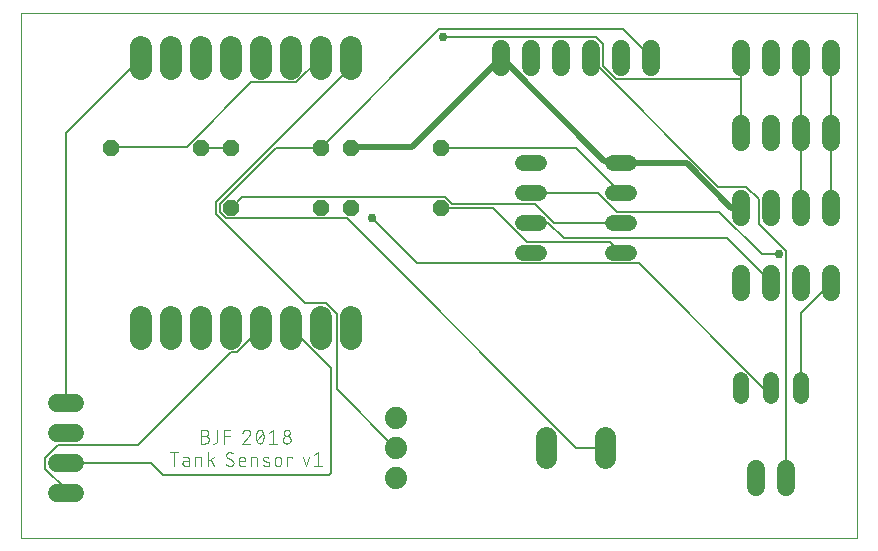
<source format=gtl>
G75*
%MOIN*%
%OFA0B0*%
%FSLAX25Y25*%
%IPPOS*%
%LPD*%
%AMOC8*
5,1,8,0,0,1.08239X$1,22.5*
%
%ADD10C,0.00000*%
%ADD11C,0.00400*%
%ADD12C,0.06000*%
%ADD13C,0.07050*%
%ADD14C,0.07200*%
%ADD15OC8,0.05200*%
%ADD16C,0.07400*%
%ADD17C,0.05200*%
%ADD18C,0.00600*%
%ADD19C,0.02000*%
%ADD20C,0.02978*%
D10*
X0001000Y0001000D02*
X0001000Y0175961D01*
X0279701Y0175961D01*
X0279701Y0001000D01*
X0001000Y0001000D01*
D11*
X0050722Y0029550D02*
X0053278Y0029550D01*
X0052000Y0029550D02*
X0052000Y0024950D01*
X0055749Y0024950D02*
X0056899Y0024950D01*
X0056899Y0027250D01*
X0056899Y0026739D02*
X0055749Y0026739D01*
X0056899Y0027250D02*
X0056897Y0027305D01*
X0056891Y0027359D01*
X0056881Y0027413D01*
X0056868Y0027466D01*
X0056851Y0027518D01*
X0056830Y0027569D01*
X0056805Y0027618D01*
X0056777Y0027665D01*
X0056746Y0027710D01*
X0056712Y0027752D01*
X0056674Y0027792D01*
X0056634Y0027830D01*
X0056592Y0027864D01*
X0056547Y0027895D01*
X0056500Y0027923D01*
X0056451Y0027948D01*
X0056400Y0027969D01*
X0056348Y0027986D01*
X0056295Y0027999D01*
X0056241Y0028009D01*
X0056187Y0028015D01*
X0056132Y0028017D01*
X0055110Y0028017D01*
X0055749Y0026738D02*
X0055691Y0026736D01*
X0055632Y0026730D01*
X0055575Y0026721D01*
X0055518Y0026708D01*
X0055462Y0026691D01*
X0055407Y0026670D01*
X0055354Y0026646D01*
X0055302Y0026618D01*
X0055252Y0026587D01*
X0055205Y0026553D01*
X0055160Y0026516D01*
X0055117Y0026476D01*
X0055077Y0026433D01*
X0055040Y0026388D01*
X0055006Y0026341D01*
X0054975Y0026291D01*
X0054947Y0026239D01*
X0054923Y0026186D01*
X0054902Y0026131D01*
X0054885Y0026075D01*
X0054872Y0026018D01*
X0054863Y0025961D01*
X0054857Y0025902D01*
X0054855Y0025844D01*
X0054857Y0025786D01*
X0054863Y0025727D01*
X0054872Y0025670D01*
X0054885Y0025613D01*
X0054902Y0025557D01*
X0054923Y0025502D01*
X0054947Y0025449D01*
X0054975Y0025397D01*
X0055006Y0025347D01*
X0055040Y0025300D01*
X0055077Y0025255D01*
X0055117Y0025212D01*
X0055160Y0025172D01*
X0055205Y0025135D01*
X0055252Y0025101D01*
X0055302Y0025070D01*
X0055354Y0025042D01*
X0055407Y0025018D01*
X0055462Y0024997D01*
X0055518Y0024980D01*
X0055575Y0024967D01*
X0055632Y0024958D01*
X0055691Y0024952D01*
X0055749Y0024950D01*
X0059078Y0024950D02*
X0059078Y0028017D01*
X0060356Y0028017D01*
X0060411Y0028015D01*
X0060465Y0028009D01*
X0060519Y0027999D01*
X0060572Y0027986D01*
X0060624Y0027969D01*
X0060675Y0027948D01*
X0060724Y0027923D01*
X0060771Y0027895D01*
X0060816Y0027864D01*
X0060858Y0027830D01*
X0060898Y0027792D01*
X0060936Y0027752D01*
X0060970Y0027710D01*
X0061001Y0027665D01*
X0061029Y0027618D01*
X0061054Y0027569D01*
X0061075Y0027518D01*
X0061092Y0027466D01*
X0061105Y0027413D01*
X0061115Y0027359D01*
X0061121Y0027305D01*
X0061123Y0027250D01*
X0061122Y0027250D02*
X0061122Y0024950D01*
X0063331Y0024950D02*
X0063331Y0029550D01*
X0065376Y0028017D02*
X0063331Y0026483D01*
X0064226Y0027122D02*
X0065376Y0024950D01*
X0069961Y0027633D02*
X0071367Y0026867D01*
X0070856Y0024950D02*
X0070766Y0024952D01*
X0070677Y0024957D01*
X0070588Y0024967D01*
X0070499Y0024980D01*
X0070411Y0024996D01*
X0070323Y0025017D01*
X0070237Y0025041D01*
X0070151Y0025068D01*
X0070067Y0025099D01*
X0069984Y0025134D01*
X0069903Y0025172D01*
X0069823Y0025213D01*
X0069746Y0025257D01*
X0069670Y0025305D01*
X0069596Y0025356D01*
X0069524Y0025410D01*
X0069455Y0025467D01*
X0069387Y0025526D01*
X0069323Y0025589D01*
X0071367Y0026866D02*
X0071421Y0026832D01*
X0071472Y0026795D01*
X0071521Y0026755D01*
X0071568Y0026712D01*
X0071611Y0026666D01*
X0071652Y0026618D01*
X0071690Y0026567D01*
X0071725Y0026514D01*
X0071757Y0026459D01*
X0071785Y0026402D01*
X0071809Y0026344D01*
X0071830Y0026284D01*
X0071847Y0026223D01*
X0071861Y0026161D01*
X0071870Y0026098D01*
X0071876Y0026035D01*
X0071878Y0025972D01*
X0071876Y0025910D01*
X0071871Y0025849D01*
X0071861Y0025788D01*
X0071848Y0025727D01*
X0071832Y0025668D01*
X0071812Y0025610D01*
X0071788Y0025553D01*
X0071761Y0025497D01*
X0071731Y0025443D01*
X0071697Y0025391D01*
X0071661Y0025342D01*
X0071621Y0025294D01*
X0071579Y0025249D01*
X0071534Y0025207D01*
X0071486Y0025167D01*
X0071437Y0025131D01*
X0071385Y0025097D01*
X0071331Y0025067D01*
X0071275Y0025040D01*
X0071218Y0025016D01*
X0071160Y0024996D01*
X0071101Y0024980D01*
X0071040Y0024967D01*
X0070979Y0024957D01*
X0070918Y0024952D01*
X0070856Y0024950D01*
X0071622Y0029167D02*
X0071555Y0029215D01*
X0071487Y0029260D01*
X0071416Y0029302D01*
X0071343Y0029340D01*
X0071269Y0029376D01*
X0071194Y0029409D01*
X0071117Y0029438D01*
X0071039Y0029464D01*
X0070960Y0029487D01*
X0070880Y0029506D01*
X0070799Y0029522D01*
X0070718Y0029534D01*
X0070636Y0029543D01*
X0070554Y0029548D01*
X0070472Y0029550D01*
X0070410Y0029548D01*
X0070349Y0029543D01*
X0070288Y0029533D01*
X0070227Y0029520D01*
X0070168Y0029504D01*
X0070110Y0029484D01*
X0070053Y0029460D01*
X0069997Y0029433D01*
X0069943Y0029403D01*
X0069891Y0029369D01*
X0069842Y0029333D01*
X0069794Y0029293D01*
X0069749Y0029251D01*
X0069707Y0029206D01*
X0069668Y0029158D01*
X0069631Y0029109D01*
X0069597Y0029057D01*
X0069567Y0029003D01*
X0069540Y0028947D01*
X0069516Y0028890D01*
X0069496Y0028832D01*
X0069480Y0028773D01*
X0069467Y0028712D01*
X0069457Y0028651D01*
X0069452Y0028590D01*
X0069450Y0028528D01*
X0069452Y0028465D01*
X0069458Y0028402D01*
X0069467Y0028339D01*
X0069481Y0028277D01*
X0069498Y0028216D01*
X0069519Y0028156D01*
X0069543Y0028098D01*
X0069571Y0028041D01*
X0069603Y0027986D01*
X0069638Y0027933D01*
X0069676Y0027882D01*
X0069717Y0027834D01*
X0069760Y0027788D01*
X0069807Y0027745D01*
X0069856Y0027705D01*
X0069907Y0027668D01*
X0069961Y0027634D01*
X0073628Y0026994D02*
X0073628Y0025717D01*
X0073628Y0026483D02*
X0075672Y0026483D01*
X0075672Y0026994D01*
X0075670Y0027057D01*
X0075664Y0027120D01*
X0075655Y0027182D01*
X0075641Y0027243D01*
X0075624Y0027304D01*
X0075603Y0027363D01*
X0075578Y0027421D01*
X0075550Y0027478D01*
X0075519Y0027532D01*
X0075484Y0027584D01*
X0075446Y0027635D01*
X0075405Y0027683D01*
X0075361Y0027728D01*
X0075315Y0027770D01*
X0075266Y0027810D01*
X0075215Y0027846D01*
X0075161Y0027879D01*
X0075106Y0027909D01*
X0075048Y0027935D01*
X0074990Y0027958D01*
X0074930Y0027977D01*
X0074869Y0027992D01*
X0074807Y0028004D01*
X0074744Y0028012D01*
X0074681Y0028016D01*
X0074619Y0028016D01*
X0074556Y0028012D01*
X0074493Y0028004D01*
X0074431Y0027992D01*
X0074370Y0027977D01*
X0074310Y0027958D01*
X0074252Y0027935D01*
X0074194Y0027909D01*
X0074139Y0027879D01*
X0074085Y0027846D01*
X0074034Y0027810D01*
X0073985Y0027770D01*
X0073939Y0027728D01*
X0073895Y0027683D01*
X0073854Y0027635D01*
X0073816Y0027584D01*
X0073781Y0027532D01*
X0073750Y0027478D01*
X0073722Y0027421D01*
X0073697Y0027363D01*
X0073676Y0027304D01*
X0073659Y0027243D01*
X0073645Y0027182D01*
X0073636Y0027120D01*
X0073630Y0027057D01*
X0073628Y0026994D01*
X0073627Y0025717D02*
X0073629Y0025662D01*
X0073635Y0025608D01*
X0073645Y0025554D01*
X0073658Y0025501D01*
X0073675Y0025449D01*
X0073696Y0025398D01*
X0073721Y0025349D01*
X0073749Y0025302D01*
X0073780Y0025257D01*
X0073814Y0025215D01*
X0073852Y0025175D01*
X0073892Y0025137D01*
X0073934Y0025103D01*
X0073979Y0025072D01*
X0074026Y0025044D01*
X0074075Y0025019D01*
X0074126Y0024998D01*
X0074178Y0024981D01*
X0074231Y0024968D01*
X0074285Y0024958D01*
X0074339Y0024952D01*
X0074394Y0024950D01*
X0075672Y0024950D01*
X0077678Y0024950D02*
X0077678Y0028017D01*
X0078956Y0028017D01*
X0079011Y0028015D01*
X0079065Y0028009D01*
X0079119Y0027999D01*
X0079172Y0027986D01*
X0079224Y0027969D01*
X0079275Y0027948D01*
X0079324Y0027923D01*
X0079371Y0027895D01*
X0079416Y0027864D01*
X0079458Y0027830D01*
X0079498Y0027792D01*
X0079536Y0027752D01*
X0079570Y0027710D01*
X0079601Y0027665D01*
X0079629Y0027618D01*
X0079654Y0027569D01*
X0079675Y0027518D01*
X0079692Y0027466D01*
X0079705Y0027413D01*
X0079715Y0027359D01*
X0079721Y0027305D01*
X0079723Y0027250D01*
X0079722Y0027250D02*
X0079722Y0024950D01*
X0082366Y0028017D02*
X0082465Y0028014D01*
X0082564Y0028007D01*
X0082662Y0027997D01*
X0082760Y0027984D01*
X0082858Y0027968D01*
X0082955Y0027948D01*
X0083051Y0027925D01*
X0083146Y0027898D01*
X0083240Y0027869D01*
X0083333Y0027836D01*
X0083426Y0027800D01*
X0083516Y0027761D01*
X0082366Y0028017D02*
X0082315Y0028016D01*
X0082265Y0028011D01*
X0082214Y0028001D01*
X0082165Y0027989D01*
X0082117Y0027972D01*
X0082070Y0027951D01*
X0082024Y0027928D01*
X0081981Y0027900D01*
X0081940Y0027870D01*
X0081902Y0027836D01*
X0081866Y0027800D01*
X0081833Y0027760D01*
X0081803Y0027719D01*
X0081777Y0027675D01*
X0081754Y0027630D01*
X0081735Y0027582D01*
X0081719Y0027534D01*
X0081707Y0027484D01*
X0081699Y0027434D01*
X0081695Y0027383D01*
X0081694Y0027332D01*
X0081698Y0027281D01*
X0081706Y0027230D01*
X0081717Y0027180D01*
X0081732Y0027131D01*
X0081751Y0027084D01*
X0081774Y0027038D01*
X0081800Y0026994D01*
X0081829Y0026952D01*
X0081862Y0026913D01*
X0081897Y0026876D01*
X0081936Y0026842D01*
X0081976Y0026811D01*
X0082019Y0026784D01*
X0082064Y0026759D01*
X0082111Y0026738D01*
X0082111Y0026739D02*
X0083389Y0026228D01*
X0083389Y0026229D02*
X0083436Y0026208D01*
X0083481Y0026183D01*
X0083524Y0026156D01*
X0083564Y0026125D01*
X0083603Y0026091D01*
X0083638Y0026054D01*
X0083671Y0026015D01*
X0083700Y0025973D01*
X0083726Y0025929D01*
X0083749Y0025883D01*
X0083768Y0025836D01*
X0083783Y0025787D01*
X0083794Y0025737D01*
X0083802Y0025686D01*
X0083806Y0025635D01*
X0083805Y0025584D01*
X0083801Y0025533D01*
X0083793Y0025483D01*
X0083781Y0025433D01*
X0083765Y0025385D01*
X0083746Y0025337D01*
X0083723Y0025292D01*
X0083697Y0025248D01*
X0083667Y0025207D01*
X0083634Y0025167D01*
X0083598Y0025131D01*
X0083560Y0025097D01*
X0083519Y0025067D01*
X0083476Y0025039D01*
X0083430Y0025016D01*
X0083383Y0024995D01*
X0083335Y0024978D01*
X0083286Y0024966D01*
X0083235Y0024956D01*
X0083185Y0024951D01*
X0083134Y0024950D01*
X0085628Y0025972D02*
X0085628Y0026994D01*
X0085630Y0027057D01*
X0085636Y0027120D01*
X0085645Y0027182D01*
X0085659Y0027243D01*
X0085676Y0027304D01*
X0085697Y0027363D01*
X0085722Y0027421D01*
X0085750Y0027478D01*
X0085781Y0027532D01*
X0085816Y0027584D01*
X0085854Y0027635D01*
X0085895Y0027683D01*
X0085939Y0027728D01*
X0085985Y0027770D01*
X0086034Y0027810D01*
X0086085Y0027846D01*
X0086139Y0027879D01*
X0086194Y0027909D01*
X0086252Y0027935D01*
X0086310Y0027958D01*
X0086370Y0027977D01*
X0086431Y0027992D01*
X0086493Y0028004D01*
X0086556Y0028012D01*
X0086619Y0028016D01*
X0086681Y0028016D01*
X0086744Y0028012D01*
X0086807Y0028004D01*
X0086869Y0027992D01*
X0086930Y0027977D01*
X0086990Y0027958D01*
X0087048Y0027935D01*
X0087106Y0027909D01*
X0087161Y0027879D01*
X0087215Y0027846D01*
X0087266Y0027810D01*
X0087315Y0027770D01*
X0087361Y0027728D01*
X0087405Y0027683D01*
X0087446Y0027635D01*
X0087484Y0027584D01*
X0087519Y0027532D01*
X0087550Y0027478D01*
X0087578Y0027421D01*
X0087603Y0027363D01*
X0087624Y0027304D01*
X0087641Y0027243D01*
X0087655Y0027182D01*
X0087664Y0027120D01*
X0087670Y0027057D01*
X0087672Y0026994D01*
X0087672Y0025972D01*
X0087670Y0025909D01*
X0087664Y0025846D01*
X0087655Y0025784D01*
X0087641Y0025723D01*
X0087624Y0025662D01*
X0087603Y0025603D01*
X0087578Y0025545D01*
X0087550Y0025488D01*
X0087519Y0025434D01*
X0087484Y0025382D01*
X0087446Y0025331D01*
X0087405Y0025283D01*
X0087361Y0025238D01*
X0087315Y0025196D01*
X0087266Y0025156D01*
X0087215Y0025120D01*
X0087161Y0025087D01*
X0087106Y0025057D01*
X0087048Y0025031D01*
X0086990Y0025008D01*
X0086930Y0024989D01*
X0086869Y0024974D01*
X0086807Y0024962D01*
X0086744Y0024954D01*
X0086681Y0024950D01*
X0086619Y0024950D01*
X0086556Y0024954D01*
X0086493Y0024962D01*
X0086431Y0024974D01*
X0086370Y0024989D01*
X0086310Y0025008D01*
X0086252Y0025031D01*
X0086194Y0025057D01*
X0086139Y0025087D01*
X0086085Y0025120D01*
X0086034Y0025156D01*
X0085985Y0025196D01*
X0085939Y0025238D01*
X0085895Y0025283D01*
X0085854Y0025331D01*
X0085816Y0025382D01*
X0085781Y0025434D01*
X0085750Y0025488D01*
X0085722Y0025545D01*
X0085697Y0025603D01*
X0085676Y0025662D01*
X0085659Y0025723D01*
X0085645Y0025784D01*
X0085636Y0025846D01*
X0085630Y0025909D01*
X0085628Y0025972D01*
X0089704Y0024950D02*
X0089704Y0028017D01*
X0091237Y0028017D01*
X0091237Y0027506D01*
X0094928Y0028017D02*
X0095950Y0024950D01*
X0096972Y0028017D01*
X0098722Y0028528D02*
X0100000Y0029550D01*
X0100000Y0024950D01*
X0098722Y0024950D02*
X0101278Y0024950D01*
X0090895Y0033728D02*
X0090893Y0033658D01*
X0090887Y0033587D01*
X0090878Y0033518D01*
X0090864Y0033449D01*
X0090847Y0033380D01*
X0090826Y0033313D01*
X0090801Y0033247D01*
X0090773Y0033183D01*
X0090741Y0033120D01*
X0090706Y0033059D01*
X0090667Y0033000D01*
X0090626Y0032943D01*
X0090581Y0032889D01*
X0090533Y0032837D01*
X0090483Y0032788D01*
X0090429Y0032741D01*
X0090374Y0032698D01*
X0090316Y0032658D01*
X0090256Y0032621D01*
X0090194Y0032588D01*
X0090130Y0032558D01*
X0090065Y0032531D01*
X0089999Y0032508D01*
X0089931Y0032489D01*
X0089862Y0032474D01*
X0089793Y0032462D01*
X0089723Y0032454D01*
X0089652Y0032450D01*
X0089582Y0032450D01*
X0089511Y0032454D01*
X0089441Y0032462D01*
X0089372Y0032474D01*
X0089303Y0032489D01*
X0089235Y0032508D01*
X0089169Y0032531D01*
X0089104Y0032558D01*
X0089040Y0032588D01*
X0088978Y0032621D01*
X0088918Y0032658D01*
X0088860Y0032698D01*
X0088805Y0032741D01*
X0088751Y0032788D01*
X0088701Y0032837D01*
X0088653Y0032889D01*
X0088608Y0032943D01*
X0088567Y0033000D01*
X0088528Y0033059D01*
X0088493Y0033120D01*
X0088461Y0033183D01*
X0088433Y0033247D01*
X0088408Y0033313D01*
X0088387Y0033380D01*
X0088370Y0033449D01*
X0088356Y0033518D01*
X0088347Y0033587D01*
X0088341Y0033658D01*
X0088339Y0033728D01*
X0088341Y0033798D01*
X0088347Y0033869D01*
X0088356Y0033938D01*
X0088370Y0034007D01*
X0088387Y0034076D01*
X0088408Y0034143D01*
X0088433Y0034209D01*
X0088461Y0034273D01*
X0088493Y0034336D01*
X0088528Y0034397D01*
X0088567Y0034456D01*
X0088608Y0034513D01*
X0088653Y0034567D01*
X0088701Y0034619D01*
X0088751Y0034668D01*
X0088805Y0034715D01*
X0088860Y0034758D01*
X0088918Y0034798D01*
X0088978Y0034835D01*
X0089040Y0034868D01*
X0089104Y0034898D01*
X0089169Y0034925D01*
X0089235Y0034948D01*
X0089303Y0034967D01*
X0089372Y0034982D01*
X0089441Y0034994D01*
X0089511Y0035002D01*
X0089582Y0035006D01*
X0089652Y0035006D01*
X0089723Y0035002D01*
X0089793Y0034994D01*
X0089862Y0034982D01*
X0089931Y0034967D01*
X0089999Y0034948D01*
X0090065Y0034925D01*
X0090130Y0034898D01*
X0090194Y0034868D01*
X0090256Y0034835D01*
X0090316Y0034798D01*
X0090374Y0034758D01*
X0090429Y0034715D01*
X0090483Y0034668D01*
X0090533Y0034619D01*
X0090581Y0034567D01*
X0090626Y0034513D01*
X0090667Y0034456D01*
X0090706Y0034397D01*
X0090741Y0034336D01*
X0090773Y0034273D01*
X0090801Y0034209D01*
X0090826Y0034143D01*
X0090847Y0034076D01*
X0090864Y0034007D01*
X0090878Y0033938D01*
X0090887Y0033869D01*
X0090893Y0033798D01*
X0090895Y0033728D01*
X0090639Y0036028D02*
X0090637Y0035965D01*
X0090631Y0035902D01*
X0090622Y0035840D01*
X0090608Y0035779D01*
X0090591Y0035718D01*
X0090570Y0035659D01*
X0090545Y0035601D01*
X0090517Y0035544D01*
X0090486Y0035490D01*
X0090451Y0035438D01*
X0090413Y0035387D01*
X0090372Y0035339D01*
X0090328Y0035294D01*
X0090282Y0035252D01*
X0090233Y0035212D01*
X0090182Y0035176D01*
X0090128Y0035143D01*
X0090073Y0035113D01*
X0090015Y0035087D01*
X0089957Y0035064D01*
X0089897Y0035045D01*
X0089836Y0035030D01*
X0089774Y0035018D01*
X0089711Y0035010D01*
X0089648Y0035006D01*
X0089586Y0035006D01*
X0089523Y0035010D01*
X0089460Y0035018D01*
X0089398Y0035030D01*
X0089337Y0035045D01*
X0089277Y0035064D01*
X0089219Y0035087D01*
X0089161Y0035113D01*
X0089106Y0035143D01*
X0089052Y0035176D01*
X0089001Y0035212D01*
X0088952Y0035252D01*
X0088906Y0035294D01*
X0088862Y0035339D01*
X0088821Y0035387D01*
X0088783Y0035438D01*
X0088748Y0035490D01*
X0088717Y0035544D01*
X0088689Y0035601D01*
X0088664Y0035659D01*
X0088643Y0035718D01*
X0088626Y0035779D01*
X0088612Y0035840D01*
X0088603Y0035902D01*
X0088597Y0035965D01*
X0088595Y0036028D01*
X0088597Y0036091D01*
X0088603Y0036154D01*
X0088612Y0036216D01*
X0088626Y0036277D01*
X0088643Y0036338D01*
X0088664Y0036397D01*
X0088689Y0036455D01*
X0088717Y0036512D01*
X0088748Y0036566D01*
X0088783Y0036618D01*
X0088821Y0036669D01*
X0088862Y0036717D01*
X0088906Y0036762D01*
X0088952Y0036804D01*
X0089001Y0036844D01*
X0089052Y0036880D01*
X0089106Y0036913D01*
X0089161Y0036943D01*
X0089219Y0036969D01*
X0089277Y0036992D01*
X0089337Y0037011D01*
X0089398Y0037026D01*
X0089460Y0037038D01*
X0089523Y0037046D01*
X0089586Y0037050D01*
X0089648Y0037050D01*
X0089711Y0037046D01*
X0089774Y0037038D01*
X0089836Y0037026D01*
X0089897Y0037011D01*
X0089957Y0036992D01*
X0090015Y0036969D01*
X0090073Y0036943D01*
X0090128Y0036913D01*
X0090182Y0036880D01*
X0090233Y0036844D01*
X0090282Y0036804D01*
X0090328Y0036762D01*
X0090372Y0036717D01*
X0090413Y0036669D01*
X0090451Y0036618D01*
X0090486Y0036566D01*
X0090517Y0036512D01*
X0090545Y0036455D01*
X0090570Y0036397D01*
X0090591Y0036338D01*
X0090608Y0036277D01*
X0090622Y0036216D01*
X0090631Y0036154D01*
X0090637Y0036091D01*
X0090639Y0036028D01*
X0086394Y0032450D02*
X0083839Y0032450D01*
X0085117Y0032450D02*
X0085117Y0037050D01*
X0083839Y0036028D01*
X0079339Y0034750D02*
X0079341Y0034635D01*
X0079346Y0034521D01*
X0079355Y0034407D01*
X0079367Y0034293D01*
X0079382Y0034179D01*
X0079401Y0034066D01*
X0079424Y0033954D01*
X0079449Y0033842D01*
X0079479Y0033731D01*
X0079511Y0033621D01*
X0079547Y0033512D01*
X0079586Y0033404D01*
X0079628Y0033298D01*
X0079674Y0033193D01*
X0079722Y0033089D01*
X0079594Y0033472D02*
X0081639Y0036028D01*
X0081512Y0036411D02*
X0081491Y0036466D01*
X0081467Y0036519D01*
X0081440Y0036571D01*
X0081409Y0036621D01*
X0081376Y0036669D01*
X0081339Y0036715D01*
X0081300Y0036759D01*
X0081258Y0036800D01*
X0081214Y0036838D01*
X0081167Y0036874D01*
X0081118Y0036906D01*
X0081067Y0036936D01*
X0081015Y0036962D01*
X0080961Y0036985D01*
X0080906Y0037005D01*
X0080849Y0037021D01*
X0080792Y0037034D01*
X0080734Y0037043D01*
X0080676Y0037048D01*
X0080617Y0037050D01*
X0080558Y0037048D01*
X0080500Y0037043D01*
X0080442Y0037034D01*
X0080385Y0037021D01*
X0080328Y0037005D01*
X0080273Y0036985D01*
X0080219Y0036962D01*
X0080167Y0036936D01*
X0080116Y0036906D01*
X0080067Y0036874D01*
X0080020Y0036838D01*
X0079976Y0036800D01*
X0079934Y0036759D01*
X0079895Y0036715D01*
X0079858Y0036669D01*
X0079825Y0036621D01*
X0079794Y0036571D01*
X0079767Y0036519D01*
X0079743Y0036466D01*
X0079722Y0036411D01*
X0081512Y0036411D02*
X0081560Y0036307D01*
X0081606Y0036202D01*
X0081648Y0036096D01*
X0081687Y0035988D01*
X0081723Y0035879D01*
X0081755Y0035769D01*
X0081785Y0035658D01*
X0081810Y0035546D01*
X0081833Y0035434D01*
X0081852Y0035321D01*
X0081867Y0035207D01*
X0081879Y0035093D01*
X0081888Y0034979D01*
X0081893Y0034865D01*
X0081895Y0034750D01*
X0079339Y0034750D02*
X0079341Y0034865D01*
X0079346Y0034979D01*
X0079355Y0035093D01*
X0079367Y0035207D01*
X0079382Y0035321D01*
X0079401Y0035434D01*
X0079424Y0035546D01*
X0079449Y0035658D01*
X0079479Y0035769D01*
X0079511Y0035879D01*
X0079547Y0035988D01*
X0079586Y0036096D01*
X0079628Y0036202D01*
X0079674Y0036307D01*
X0079722Y0036411D01*
X0081895Y0034750D02*
X0081893Y0034635D01*
X0081888Y0034521D01*
X0081879Y0034407D01*
X0081867Y0034293D01*
X0081852Y0034179D01*
X0081833Y0034066D01*
X0081810Y0033954D01*
X0081785Y0033842D01*
X0081755Y0033731D01*
X0081723Y0033621D01*
X0081687Y0033512D01*
X0081648Y0033404D01*
X0081606Y0033298D01*
X0081560Y0033193D01*
X0081512Y0033089D01*
X0081491Y0033034D01*
X0081467Y0032981D01*
X0081440Y0032929D01*
X0081409Y0032879D01*
X0081376Y0032831D01*
X0081339Y0032785D01*
X0081300Y0032741D01*
X0081258Y0032700D01*
X0081214Y0032662D01*
X0081167Y0032626D01*
X0081118Y0032594D01*
X0081067Y0032564D01*
X0081015Y0032538D01*
X0080961Y0032515D01*
X0080906Y0032495D01*
X0080849Y0032479D01*
X0080792Y0032466D01*
X0080734Y0032457D01*
X0080676Y0032452D01*
X0080617Y0032450D01*
X0080558Y0032452D01*
X0080500Y0032457D01*
X0080442Y0032466D01*
X0080385Y0032479D01*
X0080328Y0032495D01*
X0080273Y0032515D01*
X0080219Y0032538D01*
X0080167Y0032564D01*
X0080116Y0032594D01*
X0080067Y0032626D01*
X0080020Y0032662D01*
X0079976Y0032700D01*
X0079934Y0032741D01*
X0079895Y0032785D01*
X0079858Y0032831D01*
X0079825Y0032879D01*
X0079794Y0032929D01*
X0079767Y0032981D01*
X0079743Y0033034D01*
X0079722Y0033089D01*
X0077394Y0032450D02*
X0074839Y0032450D01*
X0077011Y0035006D01*
X0076244Y0037050D02*
X0076170Y0037048D01*
X0076096Y0037043D01*
X0076022Y0037033D01*
X0075949Y0037020D01*
X0075876Y0037004D01*
X0075805Y0036983D01*
X0075735Y0036959D01*
X0075666Y0036932D01*
X0075598Y0036901D01*
X0075532Y0036867D01*
X0075468Y0036830D01*
X0075406Y0036789D01*
X0075346Y0036745D01*
X0075288Y0036699D01*
X0075232Y0036649D01*
X0075179Y0036597D01*
X0075129Y0036542D01*
X0075082Y0036485D01*
X0075038Y0036425D01*
X0074996Y0036363D01*
X0074958Y0036300D01*
X0074923Y0036234D01*
X0074892Y0036167D01*
X0074864Y0036098D01*
X0074839Y0036028D01*
X0077011Y0035006D02*
X0077058Y0035053D01*
X0077102Y0035103D01*
X0077144Y0035155D01*
X0077183Y0035209D01*
X0077218Y0035265D01*
X0077251Y0035323D01*
X0077281Y0035383D01*
X0077307Y0035444D01*
X0077330Y0035507D01*
X0077349Y0035571D01*
X0077365Y0035635D01*
X0077378Y0035701D01*
X0077387Y0035767D01*
X0077392Y0035833D01*
X0077394Y0035900D01*
X0077392Y0035967D01*
X0077386Y0036034D01*
X0077377Y0036100D01*
X0077363Y0036165D01*
X0077346Y0036230D01*
X0077325Y0036293D01*
X0077300Y0036355D01*
X0077272Y0036416D01*
X0077240Y0036475D01*
X0077205Y0036532D01*
X0077166Y0036587D01*
X0077125Y0036639D01*
X0077080Y0036689D01*
X0077033Y0036736D01*
X0076983Y0036781D01*
X0076931Y0036822D01*
X0076876Y0036861D01*
X0076819Y0036896D01*
X0076760Y0036928D01*
X0076699Y0036956D01*
X0076637Y0036981D01*
X0076574Y0037002D01*
X0076509Y0037019D01*
X0076444Y0037033D01*
X0076378Y0037042D01*
X0076311Y0037048D01*
X0076244Y0037050D01*
X0070742Y0037050D02*
X0068698Y0037050D01*
X0068698Y0032450D01*
X0066463Y0033472D02*
X0066463Y0037050D01*
X0068698Y0035006D02*
X0070742Y0035006D01*
X0066463Y0033472D02*
X0066461Y0033410D01*
X0066456Y0033349D01*
X0066446Y0033288D01*
X0066433Y0033227D01*
X0066417Y0033168D01*
X0066397Y0033110D01*
X0066373Y0033053D01*
X0066346Y0032997D01*
X0066316Y0032943D01*
X0066282Y0032891D01*
X0066246Y0032842D01*
X0066206Y0032794D01*
X0066164Y0032749D01*
X0066119Y0032707D01*
X0066071Y0032667D01*
X0066022Y0032631D01*
X0065970Y0032597D01*
X0065916Y0032567D01*
X0065860Y0032540D01*
X0065803Y0032516D01*
X0065745Y0032496D01*
X0065686Y0032480D01*
X0065625Y0032467D01*
X0065564Y0032457D01*
X0065503Y0032452D01*
X0065441Y0032450D01*
X0064929Y0032450D01*
X0062383Y0032450D02*
X0061106Y0032450D01*
X0061106Y0037050D01*
X0062383Y0037050D01*
X0062446Y0037048D01*
X0062509Y0037042D01*
X0062571Y0037033D01*
X0062632Y0037019D01*
X0062693Y0037002D01*
X0062752Y0036981D01*
X0062810Y0036956D01*
X0062867Y0036928D01*
X0062921Y0036897D01*
X0062973Y0036862D01*
X0063024Y0036824D01*
X0063072Y0036783D01*
X0063117Y0036739D01*
X0063159Y0036693D01*
X0063199Y0036644D01*
X0063235Y0036593D01*
X0063268Y0036539D01*
X0063298Y0036484D01*
X0063324Y0036426D01*
X0063347Y0036368D01*
X0063366Y0036308D01*
X0063381Y0036247D01*
X0063393Y0036185D01*
X0063401Y0036122D01*
X0063405Y0036059D01*
X0063405Y0035997D01*
X0063401Y0035934D01*
X0063393Y0035871D01*
X0063381Y0035809D01*
X0063366Y0035748D01*
X0063347Y0035688D01*
X0063324Y0035630D01*
X0063298Y0035572D01*
X0063268Y0035517D01*
X0063235Y0035463D01*
X0063199Y0035412D01*
X0063159Y0035363D01*
X0063117Y0035317D01*
X0063072Y0035273D01*
X0063024Y0035232D01*
X0062973Y0035194D01*
X0062921Y0035159D01*
X0062867Y0035128D01*
X0062810Y0035100D01*
X0062752Y0035075D01*
X0062693Y0035054D01*
X0062632Y0035037D01*
X0062571Y0035023D01*
X0062509Y0035014D01*
X0062446Y0035008D01*
X0062383Y0035006D01*
X0061106Y0035006D01*
X0062383Y0035006D02*
X0062453Y0035004D01*
X0062524Y0034998D01*
X0062593Y0034989D01*
X0062662Y0034975D01*
X0062731Y0034958D01*
X0062798Y0034937D01*
X0062864Y0034912D01*
X0062928Y0034884D01*
X0062991Y0034852D01*
X0063052Y0034817D01*
X0063111Y0034778D01*
X0063168Y0034737D01*
X0063222Y0034692D01*
X0063274Y0034644D01*
X0063323Y0034594D01*
X0063370Y0034540D01*
X0063413Y0034485D01*
X0063453Y0034427D01*
X0063490Y0034367D01*
X0063523Y0034305D01*
X0063553Y0034241D01*
X0063580Y0034176D01*
X0063603Y0034110D01*
X0063622Y0034042D01*
X0063637Y0033973D01*
X0063649Y0033904D01*
X0063657Y0033834D01*
X0063661Y0033763D01*
X0063661Y0033693D01*
X0063657Y0033622D01*
X0063649Y0033552D01*
X0063637Y0033483D01*
X0063622Y0033414D01*
X0063603Y0033346D01*
X0063580Y0033280D01*
X0063553Y0033215D01*
X0063523Y0033151D01*
X0063490Y0033089D01*
X0063453Y0033029D01*
X0063413Y0032971D01*
X0063370Y0032916D01*
X0063323Y0032862D01*
X0063274Y0032812D01*
X0063222Y0032764D01*
X0063168Y0032719D01*
X0063111Y0032678D01*
X0063052Y0032639D01*
X0062991Y0032604D01*
X0062928Y0032572D01*
X0062864Y0032544D01*
X0062798Y0032519D01*
X0062731Y0032498D01*
X0062662Y0032481D01*
X0062593Y0032467D01*
X0062524Y0032458D01*
X0062453Y0032452D01*
X0062383Y0032450D01*
X0081728Y0025206D02*
X0081851Y0025164D01*
X0081976Y0025125D01*
X0082101Y0025090D01*
X0082228Y0025059D01*
X0082356Y0025032D01*
X0082484Y0025009D01*
X0082613Y0024989D01*
X0082743Y0024974D01*
X0082872Y0024962D01*
X0083003Y0024954D01*
X0083133Y0024950D01*
D12*
X0019000Y0026000D02*
X0013000Y0026000D01*
X0013000Y0016000D02*
X0019000Y0016000D01*
X0019000Y0036000D02*
X0013000Y0036000D01*
X0013000Y0046000D02*
X0019000Y0046000D01*
X0161000Y0158000D02*
X0161000Y0164000D01*
X0171000Y0164000D02*
X0171000Y0158000D01*
X0181000Y0158000D02*
X0181000Y0164000D01*
X0191000Y0164000D02*
X0191000Y0158000D01*
X0201000Y0158000D02*
X0201000Y0164000D01*
X0211000Y0164000D02*
X0211000Y0158000D01*
X0241000Y0158000D02*
X0241000Y0164000D01*
X0251000Y0164000D02*
X0251000Y0158000D01*
X0261000Y0158000D02*
X0261000Y0164000D01*
X0271000Y0164000D02*
X0271000Y0158000D01*
X0271000Y0139000D02*
X0271000Y0133000D01*
X0261000Y0133000D02*
X0261000Y0139000D01*
X0251000Y0139000D02*
X0251000Y0133000D01*
X0241000Y0133000D02*
X0241000Y0139000D01*
X0241000Y0114000D02*
X0241000Y0108000D01*
X0251000Y0108000D02*
X0251000Y0114000D01*
X0261000Y0114000D02*
X0261000Y0108000D01*
X0271000Y0108000D02*
X0271000Y0114000D01*
X0271000Y0089000D02*
X0271000Y0083000D01*
X0261000Y0083000D02*
X0261000Y0089000D01*
X0251000Y0089000D02*
X0251000Y0083000D01*
X0241000Y0083000D02*
X0241000Y0089000D01*
X0246000Y0024000D02*
X0246000Y0018000D01*
X0256000Y0018000D02*
X0256000Y0024000D01*
D13*
X0195843Y0027475D02*
X0195843Y0034525D01*
X0176157Y0034525D02*
X0176157Y0027475D01*
D14*
X0111000Y0067400D02*
X0111000Y0074600D01*
X0101000Y0074600D02*
X0101000Y0067400D01*
X0091000Y0067400D02*
X0091000Y0074600D01*
X0081000Y0074600D02*
X0081000Y0067400D01*
X0071000Y0067400D02*
X0071000Y0074600D01*
X0061000Y0074600D02*
X0061000Y0067400D01*
X0051000Y0067400D02*
X0051000Y0074600D01*
X0041000Y0074600D02*
X0041000Y0067400D01*
X0041000Y0157400D02*
X0041000Y0164600D01*
X0051000Y0164600D02*
X0051000Y0157400D01*
X0061000Y0157400D02*
X0061000Y0164600D01*
X0071000Y0164600D02*
X0071000Y0157400D01*
X0081000Y0157400D02*
X0081000Y0164600D01*
X0091000Y0164600D02*
X0091000Y0157400D01*
X0101000Y0157400D02*
X0101000Y0164600D01*
X0111000Y0164600D02*
X0111000Y0157400D01*
D15*
X0111000Y0131000D03*
X0101000Y0131000D03*
X0071000Y0131000D03*
X0061000Y0131000D03*
X0031000Y0131000D03*
X0071000Y0111000D03*
X0101000Y0111000D03*
X0111000Y0111000D03*
X0141000Y0111000D03*
X0141000Y0131000D03*
D16*
X0126000Y0041000D03*
X0126000Y0031000D03*
X0126000Y0021000D03*
D17*
X0241000Y0048400D02*
X0241000Y0053600D01*
X0251000Y0053600D02*
X0251000Y0048400D01*
X0261000Y0048400D02*
X0261000Y0053600D01*
X0203600Y0096000D02*
X0198400Y0096000D01*
X0198400Y0106000D02*
X0203600Y0106000D01*
X0203600Y0116000D02*
X0198400Y0116000D01*
X0198400Y0126000D02*
X0203600Y0126000D01*
X0173600Y0126000D02*
X0168400Y0126000D01*
X0168400Y0116000D02*
X0173600Y0116000D01*
X0173600Y0106000D02*
X0168400Y0106000D01*
X0168400Y0096000D02*
X0173600Y0096000D01*
D18*
X0169600Y0099700D02*
X0197200Y0099700D01*
X0200800Y0096100D01*
X0201000Y0096000D01*
X0207100Y0092500D02*
X0133000Y0092500D01*
X0118000Y0107500D01*
X0109600Y0107500D02*
X0069400Y0107500D01*
X0067300Y0109600D01*
X0067300Y0112300D01*
X0085900Y0130900D01*
X0100900Y0130900D01*
X0101000Y0131000D01*
X0140500Y0170500D01*
X0201700Y0170500D01*
X0211000Y0161200D01*
X0211000Y0161000D01*
X0199300Y0154000D02*
X0195100Y0158200D01*
X0195100Y0165700D01*
X0192700Y0168100D01*
X0141700Y0168100D01*
X0111000Y0161000D02*
X0110800Y0160900D01*
X0110800Y0157600D01*
X0066100Y0112900D01*
X0066100Y0109000D01*
X0095800Y0079300D01*
X0102700Y0079300D01*
X0106300Y0075700D01*
X0106300Y0050500D01*
X0125800Y0031000D01*
X0126000Y0031000D01*
X0104200Y0022600D02*
X0104200Y0057700D01*
X0091000Y0070900D01*
X0091000Y0071000D01*
X0081100Y0070900D02*
X0081000Y0071000D01*
X0081100Y0070900D02*
X0073000Y0062800D01*
X0070900Y0062800D01*
X0040000Y0031900D01*
X0013300Y0031900D01*
X0009100Y0027700D01*
X0009100Y0024100D01*
X0016000Y0017200D01*
X0016000Y0016000D01*
X0016000Y0025900D02*
X0016000Y0026000D01*
X0016000Y0025900D02*
X0044500Y0025900D01*
X0048400Y0022000D01*
X0103600Y0022000D01*
X0104200Y0022600D01*
X0186100Y0031000D02*
X0109600Y0107500D01*
X0141000Y0111000D02*
X0141100Y0110800D01*
X0158500Y0110800D01*
X0169600Y0099700D01*
X0171000Y0106000D02*
X0176800Y0106000D01*
X0181900Y0100900D01*
X0236200Y0100900D01*
X0250900Y0086200D01*
X0251000Y0086000D01*
X0253600Y0095500D02*
X0247900Y0095500D01*
X0233800Y0109600D01*
X0199600Y0109600D01*
X0193300Y0115900D01*
X0171100Y0115900D01*
X0171000Y0116000D01*
X0172300Y0112300D02*
X0144700Y0112300D01*
X0142300Y0114700D01*
X0074800Y0114700D01*
X0071200Y0111100D01*
X0071000Y0111000D01*
X0070900Y0130900D02*
X0061000Y0130900D01*
X0061000Y0131000D01*
X0056200Y0131200D02*
X0077800Y0152800D01*
X0092800Y0152800D01*
X0101000Y0161000D01*
X0071000Y0131000D02*
X0070900Y0130900D01*
X0056200Y0131200D02*
X0031000Y0131200D01*
X0031000Y0131000D01*
X0016000Y0136000D02*
X0041000Y0161000D01*
X0016000Y0136000D02*
X0016000Y0046000D01*
X0141000Y0131000D02*
X0141100Y0130900D01*
X0186100Y0130900D01*
X0201000Y0116000D01*
X0201000Y0106000D02*
X0178600Y0106000D01*
X0172300Y0112300D01*
X0207100Y0092500D02*
X0248500Y0051100D01*
X0250900Y0051100D01*
X0251000Y0051000D01*
X0261000Y0051000D02*
X0261100Y0051100D01*
X0261100Y0076000D01*
X0271000Y0085900D01*
X0271000Y0086000D01*
X0256000Y0096700D02*
X0256000Y0021000D01*
X0195843Y0031000D02*
X0186100Y0031000D01*
X0256000Y0096700D02*
X0247000Y0105700D01*
X0247000Y0113800D01*
X0242800Y0118000D01*
X0233500Y0118000D01*
X0191200Y0160300D01*
X0191200Y0160900D01*
X0191000Y0161000D01*
X0199300Y0154000D02*
X0241000Y0154000D01*
X0241000Y0136000D01*
X0261000Y0136000D02*
X0261100Y0136000D01*
X0261100Y0160900D01*
X0261000Y0161000D01*
X0271000Y0161000D02*
X0271000Y0136000D01*
X0271000Y0111000D01*
X0261100Y0111100D02*
X0261000Y0111000D01*
X0261100Y0111100D02*
X0261100Y0136000D01*
X0241000Y0154000D02*
X0241000Y0161000D01*
D19*
X0223000Y0125800D02*
X0201100Y0125800D01*
X0201000Y0126000D01*
X0200200Y0126700D01*
X0195400Y0126700D01*
X0161200Y0160900D01*
X0161000Y0161000D01*
X0131200Y0131200D01*
X0111100Y0131200D01*
X0111000Y0131000D01*
X0223000Y0125800D02*
X0237700Y0111100D01*
X0241000Y0111100D01*
X0241000Y0111000D01*
D20*
X0253600Y0095500D03*
X0141700Y0168100D03*
X0118000Y0107500D03*
M02*

</source>
